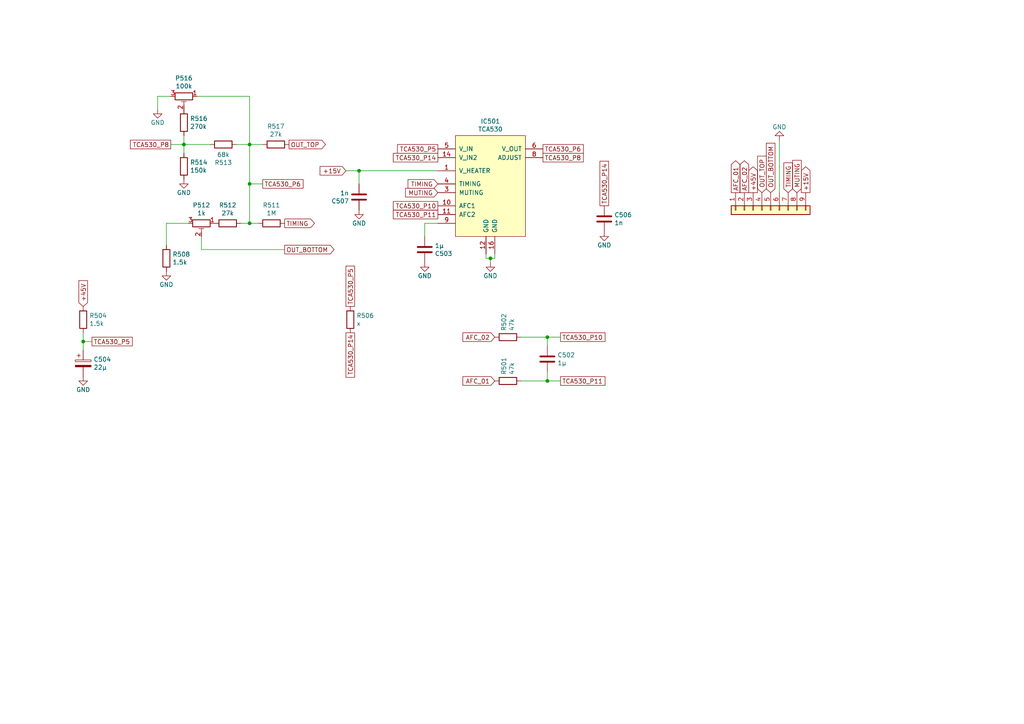
<source format=kicad_sch>
(kicad_sch (version 20230121) (generator eeschema)
  (paper "A4")
  (lib_symbols
    (symbol "Connector_Generic:Conn_01x09" (pin_names (offset 1.016) hide)
      (property "Reference" "J" (at 0 12.7 0))
      (property "Value" "Conn_01x09" (at 0 -12.7 0))
      (symbol "Conn_01x09_1_1"
        (rectangle (start -1.27 -10.033) (end 0 -10.287) (stroke (width 0.1524)))
        (rectangle (start -1.27 -7.493) (end 0 -7.747) (stroke (width 0.1524)))
        (rectangle (start -1.27 -4.953) (end 0 -5.207) (stroke (width 0.1524)))
        (rectangle (start -1.27 -2.413) (end 0 -2.667) (stroke (width 0.1524)))
        (rectangle (start -1.27 0.127) (end 0 -0.127) (stroke (width 0.1524)))
        (rectangle (start -1.27 2.667) (end 0 2.413) (stroke (width 0.1524)))
        (rectangle (start -1.27 5.207) (end 0 4.953) (stroke (width 0.1524)))
        (rectangle (start -1.27 7.747) (end 0 7.493) (stroke (width 0.1524)))
        (rectangle (start -1.27 10.287) (end 0 10.033) (stroke (width 0.1524)))
        (rectangle (start -1.27 11.43) (end 1.27 -11.43) (stroke (width 0.254)) (fill (type background)))
        (pin passive line (at -5.08 10.16 0) (length 3.81) (name "Pin_1") (number "1"))
        (pin passive line (at -5.08 7.62 0) (length 3.81) (name "Pin_2") (number "2"))
        (pin passive line (at -5.08 5.08 0) (length 3.81) (name "Pin_3") (number "3"))
        (pin passive line (at -5.08 2.54 0) (length 3.81) (name "Pin_4") (number "4"))
        (pin passive line (at -5.08 0 0) (length 3.81) (name "Pin_5") (number "5"))
        (pin passive line (at -5.08 -2.54 0) (length 3.81) (name "Pin_6") (number "6"))
        (pin passive line (at -5.08 -5.08 0) (length 3.81) (name "Pin_7") (number "7"))
        (pin passive line (at -5.08 -7.62 0) (length 3.81) (name "Pin_8") (number "8"))
        (pin passive line (at -5.08 -10.16 0) (length 3.81) (name "Pin_9") (number "9"))
      )
    )
    (symbol "Device:C" (pin_numbers hide) (pin_names (offset 0.254))
      (property "Reference" "C" (at 0.635 2.54 0))
      (property "Value" "C" (at 0.635 -2.54 0))
      (symbol "C_0_1"
        (polyline (pts (xy -2.032 -0.762) (xy 2.032 -0.762)) (stroke (width 0.508)))
        (polyline (pts (xy -2.032 0.762) (xy 2.032 0.762)) (stroke (width 0.508)))
      )
      (symbol "C_1_1"
        (pin passive line (at 0 3.81 270) (length 2.794) (name "~") (number "1"))
        (pin passive line (at 0 -3.81 90) (length 2.794) (name "~") (number "2"))
      )
    )
    (symbol "Device:C_Polarized" (pin_numbers hide) (pin_names (offset 0.254))
      (property "Reference" "C" (at 0.635 2.54 0))
      (property "Value" "C_Polarized" (at 0.635 -2.54 0))
      (symbol "C_Polarized_0_1"
        (rectangle (start -2.286 0.508) (end 2.286 1.016))
        (polyline (pts (xy -1.778 2.286) (xy -0.762 2.286)))
        (polyline (pts (xy -1.27 2.794) (xy -1.27 1.778)))
        (rectangle (start 2.286 -0.508) (end -2.286 -1.016) (fill (type outline)))
      )
      (symbol "C_Polarized_1_1"
        (pin passive line (at 0 3.81 270) (length 2.794) (name "~") (number "1"))
        (pin passive line (at 0 -3.81 90) (length 2.794) (name "~") (number "2"))
      )
    )
    (symbol "Device:R" (pin_numbers hide) (pin_names (offset 0))
      (property "Reference" "R" (at 2.032 0 90))
      (property "Value" "R" (at 0 0 90))
      (symbol "R_0_1"
        (rectangle (start -1.016 -2.54) (end 1.016 2.54) (stroke (width 0.254)))
      )
      (symbol "R_1_1"
        (pin passive line (at 0 3.81 270) (length 1.27) (name "~") (number "1"))
        (pin passive line (at 0 -3.81 90) (length 1.27) (name "~") (number "2"))
      )
    )
    (symbol "Device:R_Potentiometer_Trim" (pin_names (offset 1.016) hide)
      (property "Reference" "RV" (at -4.445 0 90))
      (property "Value" "R_Potentiometer_Trim" (at -2.54 0 90))
      (symbol "R_Potentiometer_Trim_0_1"
        (polyline (pts (xy 1.524 0.762) (xy 1.524 -0.762)))
        (polyline (pts (xy 2.54 0) (xy 1.524 0)))
        (rectangle (start 1.016 2.54) (end -1.016 -2.54) (stroke (width 0.254)))
      )
      (symbol "R_Potentiometer_Trim_1_1"
        (pin passive line (at 0 3.81 270) (length 1.27) (name "1") (number "1"))
        (pin passive line (at 3.81 0 180) (length 1.27) (name "2") (number "2"))
        (pin passive line (at 0 -3.81 90) (length 1.27) (name "3") (number "3"))
      )
    )
    (symbol "Library:TCA530" (pin_names (offset 1.016))
      (property "Reference" "U" (at 0 0 0))
      (property "Value" "TCA530" (at 0 0 0))
      (symbol "TCA530_0_1"
        (rectangle (start -10.16 8.89) (end 10.16 38.1) (fill (type background)))
      )
      (symbol "TCA530_1_1"
        (pin input line (at -15.24 27.94 0) (length 5.08) (name "V_HEATER") (number "1"))
        (pin input line (at -15.24 17.78 0) (length 5.08) (name "AFC1") (number "10"))
        (pin input line (at -15.24 15.24 0) (length 5.08) (name "AFC2") (number "11"))
        (pin input line (at -1.27 3.81 90) (length 5.08) (name "GND") (number "12"))
        (pin input line (at -15.24 31.75 0) (length 5.08) (name "V_IN2") (number "14"))
        (pin input line (at 1.27 3.81 90) (length 5.08) (name "GND") (number "16"))
        (pin input line (at -15.24 21.59 0) (length 5.08) (name "MUTING") (number "3"))
        (pin input line (at -15.24 24.13 0) (length 5.08) (name "TIMING") (number "4"))
        (pin input line (at -15.24 34.29 0) (length 5.08) (name "V_IN") (number "5"))
        (pin input line (at 15.24 34.29 180) (length 5.08) (name "V_OUT") (number "6"))
        (pin input line (at 15.24 31.75 180) (length 5.08) (name "ADJUST") (number "8"))
        (pin input line (at -15.24 12.7 0) (length 5.08) (name "~") (number "9"))
      )
    )
    (symbol "power:GND" (power) (pin_names (offset 0))
      (property "Value" "GND" (at 0 -3.81 0))
      (symbol "GND_0_1"
        (polyline (pts (xy 0 0) (xy 0 -1.27) (xy 1.27 -1.27) (xy 0 -2.54) (xy -1.27 -1.27) (xy 0 -1.27)))
      )
      (symbol "GND_1_1"
        (pin power_in line (at 0 0 270) (length 0) hide (name "GND") (number "1"))
      )
    )
  )
  (junction (at 158.75 110.49))
  (junction (at 72.39 41.91))
  (junction (at 53.34 41.91))
  (junction (at 24.13 99.06))
  (junction (at 142.24 74.93))
  (junction (at 72.39 64.77))
  (junction (at 158.75 97.79))
  (junction (at 104.14 49.53))
  (junction (at 72.39 53.34))
  (wire (pts (xy 45.72 27.94) (xy 49.53 27.94)))
  (wire (pts (xy 158.75 100.33) (xy 158.75 97.79)))
  (wire (pts (xy 76.2 41.91) (xy 72.39 41.91)))
  (wire (pts (xy 76.2 53.34) (xy 72.39 53.34)))
  (wire (pts (xy 60.96 41.91) (xy 53.34 41.91)))
  (wire (pts (xy 158.75 107.95) (xy 158.75 110.49)))
  (wire (pts (xy 69.85 64.77) (xy 72.39 64.77)))
  (wire (pts (xy 127 49.53) (xy 104.14 49.53)))
  (wire (pts (xy 226.06 40.64) (xy 226.06 55.88)))
  (wire (pts (xy 142.24 74.93) (xy 143.51 74.93)))
  (wire (pts (xy 140.97 73.66) (xy 140.97 74.93)))
  (wire (pts (xy 24.13 99.06) (xy 24.13 101.6)))
  (wire (pts (xy 123.19 64.77) (xy 123.19 68.58)))
  (wire (pts (xy 57.15 27.94) (xy 72.39 27.94)))
  (wire (pts (xy 49.53 41.91) (xy 53.34 41.91)))
  (wire (pts (xy 24.13 96.52) (xy 24.13 99.06)))
  (wire (pts (xy 58.42 72.39) (xy 58.42 68.58)))
  (wire (pts (xy 82.55 72.39) (xy 58.42 72.39)))
  (wire (pts (xy 54.61 64.77) (xy 48.26 64.77)))
  (wire (pts (xy 53.34 41.91) (xy 53.34 44.45)))
  (wire (pts (xy 158.75 110.49) (xy 162.56 110.49)))
  (wire (pts (xy 68.58 41.91) (xy 72.39 41.91)))
  (wire (pts (xy 72.39 41.91) (xy 72.39 27.94)))
  (wire (pts (xy 127 64.77) (xy 123.19 64.77)))
  (wire (pts (xy 162.56 97.79) (xy 158.75 97.79)))
  (wire (pts (xy 158.75 97.79) (xy 151.13 97.79)))
  (wire (pts (xy 142.24 74.93) (xy 142.24 76.2)))
  (wire (pts (xy 140.97 74.93) (xy 142.24 74.93)))
  (wire (pts (xy 53.34 39.37) (xy 53.34 41.91)))
  (wire (pts (xy 143.51 74.93) (xy 143.51 73.66)))
  (wire (pts (xy 104.14 49.53) (xy 104.14 53.34)))
  (wire (pts (xy 72.39 64.77) (xy 72.39 53.34)))
  (wire (pts (xy 26.67 99.06) (xy 24.13 99.06)))
  (wire (pts (xy 72.39 64.77) (xy 74.93 64.77)))
  (wire (pts (xy 72.39 53.34) (xy 72.39 41.91)))
  (wire (pts (xy 151.13 110.49) (xy 158.75 110.49)))
  (wire (pts (xy 45.72 31.75) (xy 45.72 27.94)))
  (wire (pts (xy 48.26 64.77) (xy 48.26 71.12)))
  (wire (pts (xy 104.14 49.53) (xy 100.33 49.53)))
  (global_label "MUTING" (shape input) (at 231.14 55.88 90) (property "Intersheetrefs" "${INTERSHEET_REFS}" (effects hide)))
  (global_label "OUT_BOTTOM" (shape input) (at 223.52 55.88 90) (property "Intersheetrefs" "${INTERSHEET_REFS}" (effects hide)))
  (global_label "MUTING" (shape input) (at 127 55.88 180) (property "Intersheetrefs" "${INTERSHEET_REFS}" (effects hide)))
  (global_label "TCA530_P6" (shape passive) (at 76.2 53.34 0) (property "Intersheetrefs" "${INTERSHEET_REFS}" (effects hide)))
  (global_label "+45V" (shape input) (at 24.13 88.9 90) (property "Intersheetrefs" "${INTERSHEET_REFS}" (effects hide)))
  (global_label "TCA530_P5" (shape passive) (at 101.6 88.9 90) (property "Intersheetrefs" "${INTERSHEET_REFS}" (effects hide)))
  (global_label "TCA530_P11" (shape passive) (at 127 62.23 180) (property "Intersheetrefs" "${INTERSHEET_REFS}" (effects hide)))
  (global_label "TIMING" (shape input) (at 228.6 55.88 90) (property "Intersheetrefs" "${INTERSHEET_REFS}" (effects hide)))
  (global_label "TCA530_P14" (shape passive) (at 101.6 96.52 270) (property "Intersheetrefs" "${INTERSHEET_REFS}" (effects hide)))
  (global_label "TCA530_P8" (shape passive) (at 157.48 45.72 0) (property "Intersheetrefs" "${INTERSHEET_REFS}" (effects hide)))
  (global_label "OUT_TOP" (shape output) (at 83.82 41.91 0) (property "Intersheetrefs" "${INTERSHEET_REFS}" (effects hide)))
  (global_label "OUT_TOP" (shape input) (at 220.98 55.88 90) (property "Intersheetrefs" "${INTERSHEET_REFS}" (effects hide)))
  (global_label "+15V" (shape output) (at 233.68 55.88 90) (property "Intersheetrefs" "${INTERSHEET_REFS}" (effects hide)))
  (global_label "TCA530_P5" (shape passive) (at 127 43.18 180) (property "Intersheetrefs" "${INTERSHEET_REFS}" (effects hide)))
  (global_label "TCA530_P11" (shape passive) (at 162.56 110.49 0) (property "Intersheetrefs" "${INTERSHEET_REFS}" (effects hide)))
  (global_label "TCA530_P10" (shape passive) (at 127 59.69 180) (property "Intersheetrefs" "${INTERSHEET_REFS}" (effects hide)))
  (global_label "TIMING" (shape output) (at 82.55 64.77 0) (property "Intersheetrefs" "${INTERSHEET_REFS}" (effects hide)))
  (global_label "+45V" (shape output) (at 218.44 55.88 90) (property "Intersheetrefs" "${INTERSHEET_REFS}" (effects hide)))
  (global_label "OUT_BOTTOM" (shape output) (at 82.55 72.39 0) (property "Intersheetrefs" "${INTERSHEET_REFS}" (effects hide)))
  (global_label "TCA530_P6" (shape passive) (at 157.48 43.18 0) (property "Intersheetrefs" "${INTERSHEET_REFS}" (effects hide)))
  (global_label "TCA530_P5" (shape passive) (at 26.67 99.06 0) (property "Intersheetrefs" "${INTERSHEET_REFS}" (effects hide)))
  (global_label "TCA530_P8" (shape passive) (at 49.53 41.91 180) (property "Intersheetrefs" "${INTERSHEET_REFS}" (effects hide)))
  (global_label "AFC_01" (shape input) (at 143.51 110.49 180) (property "Intersheetrefs" "${INTERSHEET_REFS}" (effects hide)))
  (global_label "TCA530_P10" (shape passive) (at 162.56 97.79 0) (property "Intersheetrefs" "${INTERSHEET_REFS}" (effects hide)))
  (global_label "TCA530_P14" (shape passive) (at 175.26 59.69 90) (property "Intersheetrefs" "${INTERSHEET_REFS}" (effects hide)))
  (global_label "+15V" (shape input) (at 100.33 49.53 180) (property "Intersheetrefs" "${INTERSHEET_REFS}" (effects hide)))
  (global_label "AFC_02" (shape output) (at 215.9 55.88 90) (property "Intersheetrefs" "${INTERSHEET_REFS}" (effects hide)))
  (global_label "TIMING" (shape input) (at 127 53.34 180) (property "Intersheetrefs" "${INTERSHEET_REFS}" (effects hide)))
  (global_label "AFC_01" (shape output) (at 213.36 55.88 90) (property "Intersheetrefs" "${INTERSHEET_REFS}" (effects hide)))
  (global_label "AFC_02" (shape input) (at 143.51 97.79 180) (property "Intersheetrefs" "${INTERSHEET_REFS}" (effects hide)))
  (global_label "TCA530_P14" (shape passive) (at 127 45.72 180) (property "Intersheetrefs" "${INTERSHEET_REFS}" (effects hide)))
  (symbol (lib_id "Connector_Generic:Conn_01x09") (at 223.52 60.96 90) (mirror x) (unit 1)
    (property "Reference" "J1" (effects hide))
    (property "Value" "Conn_01x09" (effects hide))
    (property "Footprint" "Library:Connector_01x09_5mm" (effects hide))
  )
  (symbol (lib_id "Device:R_Potentiometer_Trim") (at 58.42 64.77 270) (unit 1)
    (property "Reference" "P512" (at 58.42 59.5122 90))
    (property "Value" "1k" (at 58.42 61.8236 90))
    (property "Footprint" "Potentiometer_THT:Potentiometer_Piher_PT-15-H05_Horizontal" (effects hide))
  )
  (symbol (lib_id "Device:R_Potentiometer_Trim") (at 53.34 27.94 270) (unit 1)
    (property "Reference" "P516" (at 53.34 22.6822 90))
    (property "Value" "100k" (at 53.34 24.9936 90))
    (property "Footprint" "Potentiometer_THT:Potentiometer_Piher_PT-15-H05_Horizontal" (effects hide))
  )
  (symbol (lib_id "power:GND") (at 226.06 40.64 180) (unit 1)
    (property "Reference" "#PWR0101" (effects hide))
    (property "Value" "GND" (at 226.06 36.83 0))
  )
  (symbol (lib_id "Device:R") (at 24.13 92.71 0) (unit 1)
    (property "Reference" "R504" (at 25.908 91.5416 0) (effects (justify left)))
    (property "Value" "1.5k" (at 25.908 93.853 0) (effects (justify left)))
    (property "Footprint" "Resistor_THT:R_Axial_DIN0207_L6.3mm_D2.5mm_P10.16mm_Horizontal" (effects hide))
  )
  (symbol (lib_id "Device:C_Polarized") (at 24.13 105.41 0) (unit 1)
    (property "Reference" "C504" (at 27.1272 104.2416 0) (effects (justify left)))
    (property "Value" "22µ" (at 27.1272 106.553 0) (effects (justify left)))
    (property "Footprint" "Capacitor_THT:CP_Radial_D5.0mm_P2.00mm" (effects hide))
  )
  (symbol (lib_id "power:GND") (at 24.13 109.22 0) (unit 1)
    (property "Reference" "#PWR0102" (effects hide))
    (property "Value" "GND" (at 24.13 113.03 0))
  )
  (symbol (lib_id "Device:R") (at 53.34 48.26 180) (unit 1)
    (property "Reference" "R514" (at 55.118 47.0916 0) (effects (justify right)))
    (property "Value" "150k" (at 55.118 49.403 0) (effects (justify right)))
    (property "Footprint" "Resistor_THT:R_Axial_DIN0207_L6.3mm_D2.5mm_P10.16mm_Horizontal" (effects hide))
  )
  (symbol (lib_id "Device:R") (at 64.77 41.91 90) (unit 1)
    (property "Reference" "R513" (at 64.77 47.1678 90))
    (property "Value" "68k" (at 64.77 44.8564 90))
    (property "Footprint" "Resistor_THT:R_Axial_DIN0207_L6.3mm_D2.5mm_P10.16mm_Horizontal" (effects hide))
  )
  (symbol (lib_id "Device:R") (at 53.34 35.56 180) (unit 1)
    (property "Reference" "R516" (at 55.118 34.3916 0) (effects (justify right)))
    (property "Value" "270k" (at 55.118 36.703 0) (effects (justify right)))
    (property "Footprint" "Resistor_THT:R_Axial_DIN0207_L6.3mm_D2.5mm_P10.16mm_Horizontal" (effects hide))
  )
  (symbol (lib_id "Device:R") (at 78.74 64.77 270) (unit 1)
    (property "Reference" "R511" (at 78.74 59.5122 90))
    (property "Value" "1M" (at 78.74 61.8236 90))
    (property "Footprint" "Resistor_THT:R_Axial_DIN0207_L6.3mm_D2.5mm_P10.16mm_Horizontal" (effects hide))
  )
  (symbol (lib_id "Device:R") (at 66.04 64.77 270) (unit 1)
    (property "Reference" "R512" (at 66.04 59.5122 90))
    (property "Value" "27k" (at 66.04 61.8236 90))
    (property "Footprint" "Resistor_THT:R_Axial_DIN0207_L6.3mm_D2.5mm_P10.16mm_Horizontal" (effects hide))
  )
  (symbol (lib_id "Device:R") (at 80.01 41.91 270) (unit 1)
    (property "Reference" "R517" (at 80.01 36.6522 90))
    (property "Value" "27k" (at 80.01 38.9636 90))
    (property "Footprint" "Resistor_THT:R_Axial_DIN0207_L6.3mm_D2.5mm_P10.16mm_Horizontal" (effects hide))
  )
  (symbol (lib_id "Device:R") (at 48.26 74.93 180) (unit 1)
    (property "Reference" "R508" (at 50.038 73.7616 0) (effects (justify right)))
    (property "Value" "1.5k" (at 50.038 76.073 0) (effects (justify right)))
    (property "Footprint" "Resistor_THT:R_Axial_DIN0207_L6.3mm_D2.5mm_P10.16mm_Horizontal" (effects hide))
  )
  (symbol (lib_id "Device:R") (at 147.32 110.49 90) (unit 1)
    (property "Reference" "R501" (at 146.1516 108.712 0) (effects (justify left)))
    (property "Value" "47k" (at 148.463 108.712 0) (effects (justify left)))
    (property "Footprint" "Resistor_THT:R_Axial_DIN0207_L6.3mm_D2.5mm_P10.16mm_Horizontal" (effects hide))
  )
  (symbol (lib_id "Device:R") (at 147.32 97.79 90) (unit 1)
    (property "Reference" "R502" (at 146.1516 96.012 0) (effects (justify left)))
    (property "Value" "47k" (at 148.463 96.012 0) (effects (justify left)))
    (property "Footprint" "Resistor_THT:R_Axial_DIN0207_L6.3mm_D2.5mm_P10.16mm_Horizontal" (effects hide))
  )
  (symbol (lib_id "power:GND") (at 53.34 52.07 0) (unit 1)
    (property "Reference" "#PWR0103" (effects hide))
    (property "Value" "GND" (at 53.34 55.88 0))
  )
  (symbol (lib_id "power:GND") (at 45.72 31.75 0) (unit 1)
    (property "Reference" "#PWR0104" (effects hide))
    (property "Value" "GND" (at 45.72 35.56 0))
  )
  (symbol (lib_id "power:GND") (at 48.26 78.74 0) (unit 1)
    (property "Reference" "#PWR0105" (effects hide))
    (property "Value" "GND" (at 48.26 82.55 0))
  )
  (symbol (lib_id "Device:C") (at 158.75 104.14 180) (unit 1)
    (property "Reference" "C502" (at 161.671 102.9716 0) (effects (justify right)))
    (property "Value" "1µ" (at 161.671 105.283 0) (effects (justify right)))
    (property "Footprint" "Capacitor_THT:C_Rect_L4.6mm_W5.5mm_P2.50mm_MKS02_FKP02" (effects hide))
  )
  (symbol (lib_id "Device:R") (at 101.6 92.71 0) (unit 1)
    (property "Reference" "R506" (at 103.378 91.5416 0) (effects (justify left)))
    (property "Value" "x" (at 103.378 93.853 0) (effects (justify left)))
    (property "Footprint" "Resistor_THT:R_Axial_DIN0207_L6.3mm_D2.5mm_P10.16mm_Horizontal" (effects hide))
  )
  (symbol (lib_id "Library:TCA530") (at 142.24 77.47 0) (unit 1)
    (property "Reference" "IC501" (at 142.24 35.179 0))
    (property "Value" "TCA530" (at 142.24 37.4904 0))
    (property "Footprint" "Package_DIP:DIP-16_W7.62mm" (effects hide))
  )
  (symbol (lib_id "power:GND") (at 142.24 76.2 0) (unit 1)
    (property "Reference" "#PWR0106" (effects hide))
    (property "Value" "GND" (at 142.24 80.01 0))
  )
  (symbol (lib_id "Device:C") (at 123.19 72.39 0) (mirror y) (unit 1)
    (property "Reference" "C503" (at 126.111 73.5584 0) (effects (justify right)))
    (property "Value" "1µ" (at 126.111 71.247 0) (effects (justify right)))
    (property "Footprint" "Capacitor_THT:C_Rect_L4.6mm_W5.5mm_P2.50mm_MKS02_FKP02" (effects hide))
  )
  (symbol (lib_id "Device:C") (at 175.26 63.5 180) (unit 1)
    (property "Reference" "C506" (at 178.181 62.3316 0) (effects (justify right)))
    (property "Value" "1n" (at 178.181 64.643 0) (effects (justify right)))
    (property "Footprint" "Capacitor_THT:C_Disc_D4.3mm_W1.9mm_P5.00mm" (effects hide))
  )
  (symbol (lib_id "Device:C") (at 104.14 57.15 0) (unit 1)
    (property "Reference" "C507" (at 101.219 58.3184 0) (effects (justify right)))
    (property "Value" "1n" (at 101.219 56.007 0) (effects (justify right)))
    (property "Footprint" "Capacitor_THT:C_Disc_D4.3mm_W1.9mm_P5.00mm" (effects hide))
  )
  (symbol (lib_id "power:GND") (at 123.19 76.2 0) (unit 1)
    (property "Reference" "#PWR0107" (effects hide))
    (property "Value" "GND" (at 123.19 80.01 0))
  )
  (symbol (lib_id "power:GND") (at 104.14 60.96 0) (unit 1)
    (property "Reference" "#PWR0108" (effects hide))
    (property "Value" "GND" (at 104.14 64.77 0))
  )
  (symbol (lib_id "power:GND") (at 175.26 67.31 0) (unit 1)
    (property "Reference" "#PWR0109" (effects hide))
    (property "Value" "GND" (at 175.26 71.12 0))
  )
)
</source>
